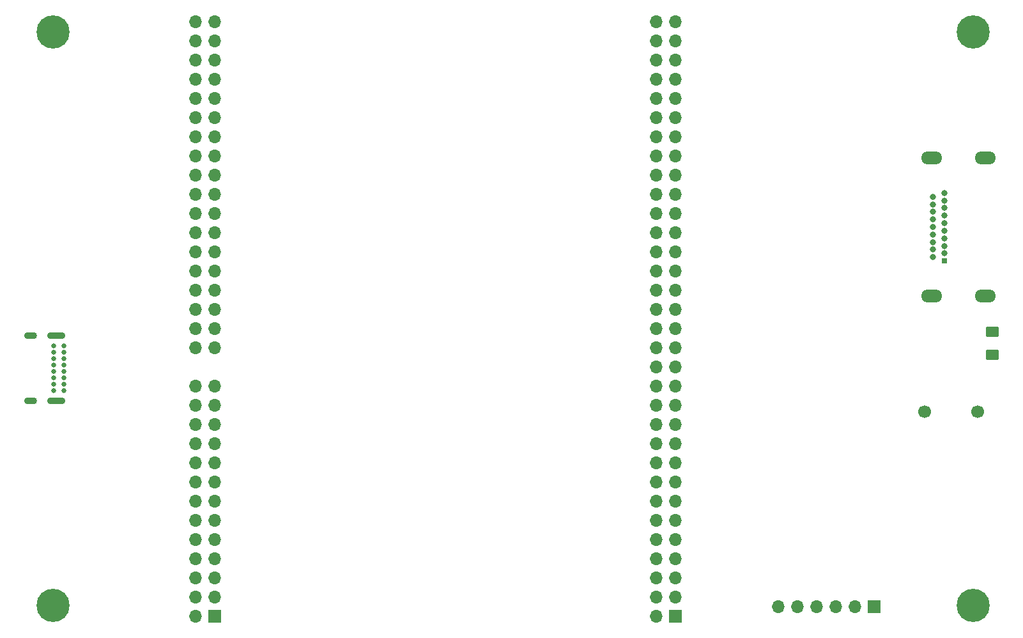
<source format=gbr>
%TF.GenerationSoftware,KiCad,Pcbnew,8.0.7*%
%TF.CreationDate,2025-01-02T03:14:57-08:00*%
%TF.ProjectId,expansionboardA,65787061-6e73-4696-9f6e-626f61726441,3*%
%TF.SameCoordinates,Original*%
%TF.FileFunction,Soldermask,Top*%
%TF.FilePolarity,Negative*%
%FSLAX46Y46*%
G04 Gerber Fmt 4.6, Leading zero omitted, Abs format (unit mm)*
G04 Created by KiCad (PCBNEW 8.0.7) date 2025-01-02 03:14:57*
%MOMM*%
%LPD*%
G01*
G04 APERTURE LIST*
G04 Aperture macros list*
%AMRoundRect*
0 Rectangle with rounded corners*
0 $1 Rounding radius*
0 $2 $3 $4 $5 $6 $7 $8 $9 X,Y pos of 4 corners*
0 Add a 4 corners polygon primitive as box body*
4,1,4,$2,$3,$4,$5,$6,$7,$8,$9,$2,$3,0*
0 Add four circle primitives for the rounded corners*
1,1,$1+$1,$2,$3*
1,1,$1+$1,$4,$5*
1,1,$1+$1,$6,$7*
1,1,$1+$1,$8,$9*
0 Add four rect primitives between the rounded corners*
20,1,$1+$1,$2,$3,$4,$5,0*
20,1,$1+$1,$4,$5,$6,$7,0*
20,1,$1+$1,$6,$7,$8,$9,0*
20,1,$1+$1,$8,$9,$2,$3,0*%
G04 Aperture macros list end*
%ADD10C,4.400000*%
%ADD11R,1.700000X1.700000*%
%ADD12O,1.700000X1.700000*%
%ADD13C,0.650000*%
%ADD14O,1.700000X0.900000*%
%ADD15O,2.400000X0.900000*%
%ADD16R,0.800000X0.800000*%
%ADD17C,0.800000*%
%ADD18O,2.800000X1.700000*%
%ADD19RoundRect,0.250001X0.624999X-0.462499X0.624999X0.462499X-0.624999X0.462499X-0.624999X-0.462499X0*%
%ADD20C,1.700000*%
G04 APERTURE END LIST*
D10*
%TO.C,REF\u002A\u002A*%
X148750000Y-120500000D03*
%TD*%
D11*
%TO.C,JTAG1*%
X135600000Y-120600000D03*
D12*
X133060000Y-120600000D03*
X130520000Y-120600000D03*
X127980000Y-120600000D03*
X125440000Y-120600000D03*
X122900000Y-120600000D03*
%TD*%
D10*
%TO.C,REF\u002A\u002A*%
X26750000Y-120500000D03*
%TD*%
%TO.C,REF\u002A\u002A*%
X26750000Y-44500000D03*
%TD*%
D13*
%TO.C,J1*%
X28200000Y-86050000D03*
X28200000Y-86900000D03*
X28200000Y-87750000D03*
X28200000Y-88600000D03*
X28200000Y-89450000D03*
X28200000Y-90300000D03*
X28200000Y-91150000D03*
X28200000Y-92000000D03*
X26850000Y-92000000D03*
X26850000Y-91150000D03*
X26850000Y-90300000D03*
X26850000Y-89450000D03*
X26850000Y-88600000D03*
X26850000Y-87750000D03*
X26850000Y-86900000D03*
X26850000Y-86050000D03*
D14*
X23840000Y-84700000D03*
X23840000Y-93350000D03*
D15*
X27220000Y-84700000D03*
X27220000Y-93350000D03*
%TD*%
D10*
%TO.C,REF\u002A\u002A*%
X148750000Y-44500000D03*
%TD*%
D16*
%TO.C,J3*%
X144920000Y-74840000D03*
D17*
X143370000Y-74340000D03*
X144920000Y-73840000D03*
X143370000Y-73340000D03*
X144920000Y-72840000D03*
X143370000Y-72340000D03*
X144920000Y-71840000D03*
X143370000Y-71340000D03*
X144920000Y-70840000D03*
X143370000Y-70340000D03*
X144920000Y-69840000D03*
X143370000Y-69340000D03*
X144920000Y-68840000D03*
X143370000Y-68340000D03*
X144920000Y-67840000D03*
X143370000Y-67340000D03*
X144920000Y-66840000D03*
X143370000Y-66340000D03*
X144920000Y-65840000D03*
D18*
X143200000Y-61190000D03*
X143200000Y-79490000D03*
X150300000Y-79490000D03*
X150300000Y-61190000D03*
%TD*%
D19*
%TO.C,D1*%
X151250000Y-87237500D03*
X151250000Y-84262500D03*
%TD*%
D20*
%TO.C,AU1*%
X149300000Y-94800000D03*
X142300000Y-94800000D03*
%TD*%
D11*
%TO.C,U2*%
X48220000Y-121920000D03*
D12*
X45680000Y-121920000D03*
X48220000Y-119380000D03*
X45680000Y-119380000D03*
X48220000Y-116840000D03*
X45680000Y-116840000D03*
X48220000Y-114300000D03*
X45680000Y-114300000D03*
X48220000Y-111760000D03*
X45680000Y-111760000D03*
X48220000Y-109220000D03*
X45680000Y-109220000D03*
X48220000Y-106680000D03*
X45680000Y-106680000D03*
X48220000Y-104140000D03*
X45680000Y-104140000D03*
X48220000Y-101600000D03*
X45680000Y-101600000D03*
X48220000Y-99060000D03*
X45680000Y-99060000D03*
X48220000Y-96520000D03*
X45680000Y-96520000D03*
X48220000Y-93980000D03*
X45680000Y-93980000D03*
X48220000Y-91440000D03*
X45680000Y-91440000D03*
X48220000Y-86360000D03*
X45680000Y-86360000D03*
X48220000Y-83820000D03*
X45680000Y-83820000D03*
X48220000Y-81280000D03*
X45680000Y-81280000D03*
X48220000Y-78740000D03*
X45680000Y-78740000D03*
X48220000Y-76200000D03*
X45680000Y-76200000D03*
X48220000Y-73660000D03*
X45680000Y-73660000D03*
X48220000Y-71120000D03*
X45680000Y-71120000D03*
X48220000Y-68580000D03*
X45680000Y-68580000D03*
X48220000Y-66040000D03*
X45680000Y-66040000D03*
X48220000Y-63500000D03*
X45680000Y-63500000D03*
X48220000Y-60960000D03*
X45680000Y-60960000D03*
X48220000Y-58420000D03*
X45680000Y-58420000D03*
X48220000Y-55880000D03*
X45680000Y-55880000D03*
X48220000Y-53340000D03*
X45680000Y-53340000D03*
X48220000Y-50800000D03*
X45680000Y-50800000D03*
X48220000Y-48260000D03*
X45680000Y-48260000D03*
X48220000Y-45720000D03*
X45680000Y-45720000D03*
X48220000Y-43180000D03*
X45680000Y-43180000D03*
%TD*%
D11*
%TO.C,U4*%
X109220000Y-121920000D03*
D12*
X106680000Y-121920000D03*
X109220000Y-119380000D03*
X106680000Y-119380000D03*
X109220000Y-116840000D03*
X106680000Y-116840000D03*
X109220000Y-114300000D03*
X106680000Y-114300000D03*
X109220000Y-111760000D03*
X106680000Y-111760000D03*
X109220000Y-109220000D03*
X106680000Y-109220000D03*
X109220000Y-106680000D03*
X106680000Y-106680000D03*
X109220000Y-104140000D03*
X106680000Y-104140000D03*
X109220000Y-101600000D03*
X106680000Y-101600000D03*
X109220000Y-99060000D03*
X106680000Y-99060000D03*
X109220000Y-96520000D03*
X106680000Y-96520000D03*
X109220000Y-93980000D03*
X106680000Y-93980000D03*
X109220000Y-91440000D03*
X106680000Y-91440000D03*
X109220000Y-88900000D03*
X106680000Y-88900000D03*
X109220000Y-86360000D03*
X106680000Y-86360000D03*
X109220000Y-83820000D03*
X106680000Y-83820000D03*
X109220000Y-81280000D03*
X106680000Y-81280000D03*
X109220000Y-78740000D03*
X106680000Y-78740000D03*
X109220000Y-76200000D03*
X106680000Y-76200000D03*
X109220000Y-73660000D03*
X106680000Y-73660000D03*
X109220000Y-71120000D03*
X106680000Y-71120000D03*
X109220000Y-68580000D03*
X106680000Y-68580000D03*
X109220000Y-66040000D03*
X106680000Y-66040000D03*
X109220000Y-63500000D03*
X106680000Y-63500000D03*
X109220000Y-60960000D03*
X106680000Y-60960000D03*
X109220000Y-58420000D03*
X106680000Y-58420000D03*
X109220000Y-55880000D03*
X106680000Y-55880000D03*
X109220000Y-53340000D03*
X106680000Y-53340000D03*
X109220000Y-50800000D03*
X106680000Y-50800000D03*
X109220000Y-48260000D03*
X106680000Y-48260000D03*
X109220000Y-45720000D03*
X106680000Y-45720000D03*
X109220000Y-43180000D03*
X106680000Y-43180000D03*
%TD*%
M02*

</source>
